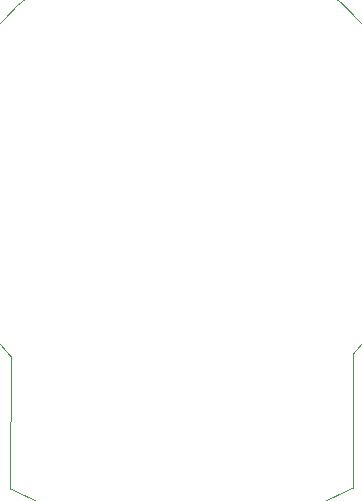
<source format=gbr>
%TF.GenerationSoftware,KiCad,Pcbnew,(6.0.0)*%
%TF.CreationDate,2022-02-14T22:10:37-06:00*%
%TF.ProjectId,MA710_encoder,4d413731-305f-4656-9e63-6f6465722e6b,rev?*%
%TF.SameCoordinates,Original*%
%TF.FileFunction,Profile,NP*%
%FSLAX46Y46*%
G04 Gerber Fmt 4.6, Leading zero omitted, Abs format (unit mm)*
G04 Created by KiCad (PCBNEW (6.0.0)) date 2022-02-14 22:10:37*
%MOMM*%
%LPD*%
G01*
G04 APERTURE LIST*
%TA.AperFunction,Profile*%
%ADD10C,0.050000*%
%TD*%
G04 APERTURE END LIST*
D10*
X150050501Y-141287499D02*
X150079001Y-130069999D01*
X179068117Y-141220674D02*
X179069999Y-129920999D01*
X150050501Y-141287498D02*
G75*
G03*
X179068117Y-141220674I14449499J25787500D01*
G01*
X179069999Y-129920999D02*
G75*
G03*
X150079001Y-130069999I-14569999J14420999D01*
G01*
M02*

</source>
